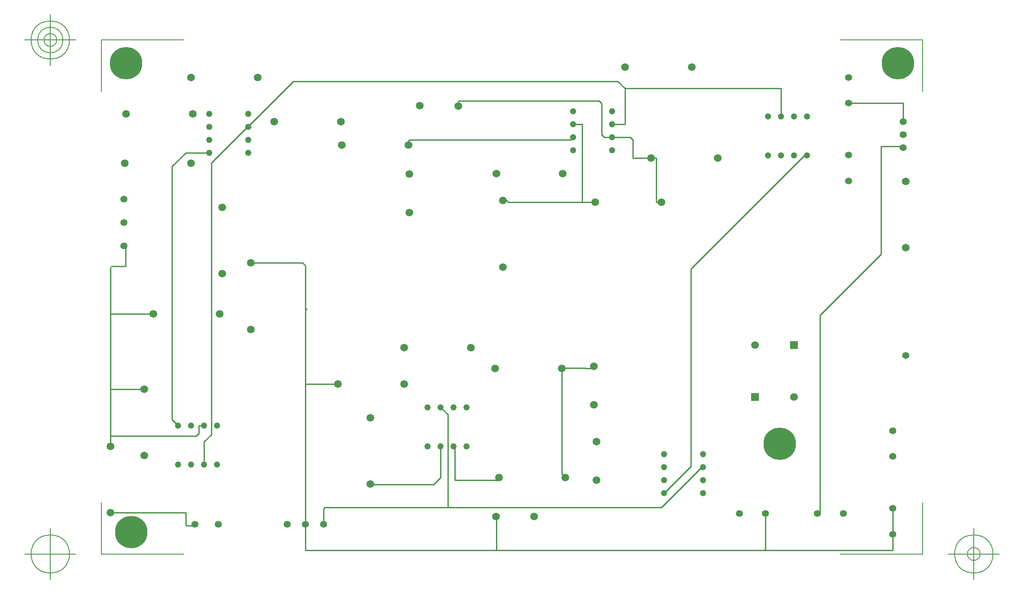
<source format=gbr>
G04 Generated by Ultiboard 11.0 *
%FSLAX25Y25*%
%MOIN*%

%ADD10C,0.01000*%
%ADD11C,0.00500*%
%ADD12C,0.25000*%
%ADD13R,0.05906X0.05906*%
%ADD14C,0.05906*%
%ADD15C,0.05337*%
%ADD16C,0.04900*%


G04 ColorRGB 0000FF for the following layer *
%LNCopper Bottom*%
%LPD*%
%FSLAX25Y25*%
%MOIN*%
G54D10*
X452650Y218650D02*
X540000Y306000D01*
X303000Y2000D02*
X607607Y2000D01*
X402000Y357350D02*
X521707Y357350D01*
X254650Y52650D02*
X207750Y52650D01*
X360000Y318000D02*
X236000Y318000D01*
X171000Y35000D02*
X430000Y35000D01*
X156000Y2000D02*
X303000Y2000D01*
X146700Y363000D02*
X396350Y363000D01*
X53350Y297350D02*
X53350Y102650D01*
X83550Y90900D02*
X83550Y300150D01*
X153819Y223181D02*
X114000Y223181D01*
X6000Y126000D02*
X32000Y126000D01*
X6000Y90000D02*
X6000Y220000D01*
X6000Y90000D02*
X72000Y90000D01*
X6000Y30819D02*
X63819Y30819D01*
X63819Y30819D02*
X63819Y20819D01*
X63819Y20819D02*
X69819Y20819D01*
X6000Y94000D02*
X6000Y92000D01*
X6000Y96000D02*
X6000Y94000D01*
X8000Y90000D02*
X6000Y90000D01*
X10000Y90000D02*
X8000Y90000D01*
X6000Y90000D02*
X6000Y82000D01*
X6000Y102000D02*
X6000Y100000D01*
X6000Y104000D02*
X6000Y102000D01*
X36000Y90000D02*
X34000Y90000D01*
X53350Y102650D02*
X58000Y98000D01*
X74000Y92000D02*
X74000Y98000D01*
X78000Y85350D02*
X83550Y90900D01*
X78000Y68000D02*
X78000Y85350D01*
X72000Y90000D02*
X74000Y92000D01*
X74000Y98000D02*
X78000Y98000D01*
X6000Y184000D02*
X38819Y184000D01*
X17500Y220500D02*
X17500Y235500D01*
X6500Y220500D02*
X17500Y220500D01*
X156000Y2000D02*
X156000Y221000D01*
X156293Y11043D02*
X156000Y11336D01*
X170000Y34000D02*
X170000Y23000D01*
X171000Y35000D02*
X170000Y34000D01*
X157000Y188000D02*
X156000Y187000D01*
X156000Y130000D02*
X180819Y130000D01*
X156000Y221000D02*
X153819Y223181D01*
X146700Y363000D02*
X112000Y328300D01*
X82000Y308000D02*
X64000Y308000D01*
X64000Y308000D02*
X53350Y297350D01*
X111700Y328300D02*
X83550Y300150D01*
X112000Y328300D02*
X111700Y328300D01*
X235181Y317181D02*
X235181Y314000D01*
X236000Y318000D02*
X235181Y317181D01*
X376351Y141879D02*
X378000Y143528D01*
X353181Y142000D02*
X353181Y60819D01*
X271000Y56000D02*
X271000Y81000D01*
X260000Y82000D02*
X260000Y58000D01*
X265500Y35368D02*
X265500Y106500D01*
X271000Y56000D02*
X302819Y56000D01*
X260000Y58000D02*
X254650Y52650D01*
X271600Y56200D02*
X271000Y56200D01*
X303000Y2000D02*
X303000Y27000D01*
X302472Y55654D02*
X304819Y58000D01*
X265500Y106500D02*
X260000Y112000D01*
X353181Y60819D02*
X356000Y58000D01*
X371707Y142050D02*
X353231Y142050D01*
X353231Y142050D02*
X353181Y142000D01*
X371707Y142050D02*
X372000Y141757D01*
X371879Y141879D02*
X376351Y141879D01*
X452650Y66650D02*
X452650Y218650D01*
X432000Y46000D02*
X452650Y66650D01*
X430000Y35000D02*
X461000Y66000D01*
X461000Y66000D02*
X462000Y66000D01*
X382000Y348000D02*
X274000Y348000D01*
X369000Y270000D02*
X378819Y270000D01*
X369000Y270000D02*
X312000Y270000D01*
X312000Y270000D02*
X310819Y271181D01*
X310819Y271181D02*
X308000Y271181D01*
X274000Y348000D02*
X273528Y347528D01*
X273528Y347528D02*
X273528Y344000D01*
X369000Y330000D02*
X369000Y270000D01*
X362000Y330000D02*
X369000Y330000D01*
X362000Y320000D02*
X360000Y318000D01*
X408000Y318000D02*
X408000Y304000D01*
X408000Y304000D02*
X422000Y304000D01*
X426000Y304000D02*
X426000Y270000D01*
X426000Y270000D02*
X430000Y270000D01*
X422000Y304000D02*
X426000Y304000D01*
X406000Y320000D02*
X408000Y318000D01*
X384000Y322000D02*
X384000Y346000D01*
X384000Y346000D02*
X382000Y348000D01*
X402000Y357350D02*
X402000Y330000D01*
X392000Y320000D02*
X406000Y320000D01*
X402000Y330000D02*
X392000Y330000D01*
X392000Y320000D02*
X386000Y320000D01*
X386000Y320000D02*
X384000Y322000D01*
X396350Y363000D02*
X402000Y357350D01*
X599000Y313000D02*
X599000Y230000D01*
X552000Y183000D02*
X552000Y32000D01*
X510020Y30042D02*
X510020Y3020D01*
X510020Y3020D02*
X509000Y2000D01*
X552000Y32000D02*
X550000Y30000D01*
X607900Y2293D02*
X607900Y33934D01*
X607900Y2293D02*
X607607Y2000D01*
X607900Y33934D02*
X607985Y34019D01*
X599000Y230000D02*
X552000Y183000D01*
X540000Y306000D02*
X542000Y306000D01*
X522000Y357057D02*
X522000Y336000D01*
X521707Y357350D02*
X522000Y357057D01*
X615000Y313000D02*
X599000Y313000D01*
X616000Y312000D02*
X615000Y313000D01*
X573983Y346020D02*
X615980Y346020D01*
X615980Y346020D02*
X615980Y331020D01*
G54D11*
X-1000Y-1000D02*
X-1000Y38570D01*
X-1000Y-1000D02*
X62192Y-1000D01*
X630921Y-1000D02*
X567729Y-1000D01*
X630921Y-1000D02*
X630921Y38570D01*
X630921Y394701D02*
X630921Y355131D01*
X630921Y394701D02*
X567729Y394701D01*
X-1000Y394701D02*
X62192Y394701D01*
X-1000Y394701D02*
X-1000Y355131D01*
X-20685Y-1000D02*
X-60055Y-1000D01*
X-40370Y-20685D02*
X-40370Y18685D01*
X-55134Y-1000D02*
G75*
D01*
G02X-55134Y-1000I14764J0*
G01*
X650606Y-1000D02*
X689976Y-1000D01*
X670291Y-20685D02*
X670291Y18685D01*
X655528Y-1000D02*
G75*
D01*
G02X655528Y-1000I14764J0*
G01*
X665370Y-1000D02*
G75*
D01*
G02X665370Y-1000I4921J0*
G01*
X-20685Y394701D02*
X-60055Y394701D01*
X-40370Y375016D02*
X-40370Y414386D01*
X-55134Y394701D02*
G75*
D01*
G02X-55134Y394701I14764J0*
G01*
X-50213Y394701D02*
G75*
D01*
G02X-50213Y394701I9843J0*
G01*
X-45291Y394701D02*
G75*
D01*
G02X-45291Y394701I4921J0*
G01*
G54D12*
X22000Y16000D03*
X18000Y377000D03*
X521000Y84000D03*
X612000Y377000D03*
G54D13*
X502000Y120000D03*
X532000Y160000D03*
G54D14*
X502000Y160000D03*
X244000Y344197D03*
X273528Y344000D03*
X235803Y262000D03*
X236000Y291528D03*
X232000Y158000D03*
X283181Y158000D03*
X92000Y214819D03*
X92000Y266000D03*
X114000Y172000D03*
X114000Y223181D03*
X32000Y126000D03*
X32000Y74819D03*
X6000Y30819D03*
X6000Y82000D03*
X38819Y184000D03*
X90000Y184000D03*
X180819Y130000D03*
X232000Y130000D03*
X206000Y52819D03*
X206000Y104000D03*
X68000Y366000D03*
X119181Y366000D03*
X18000Y338000D03*
X69181Y338000D03*
X16819Y300000D03*
X68000Y300000D03*
X184000Y314000D03*
X235181Y314000D03*
X132000Y332000D03*
X183181Y332000D03*
X308000Y220000D03*
X308000Y271181D03*
X377803Y114000D03*
X378000Y143528D03*
X380000Y85528D03*
X379803Y56000D03*
X304819Y58000D03*
X356000Y58000D03*
X302472Y28000D03*
X332000Y27803D03*
X302000Y142000D03*
X353181Y142000D03*
X378819Y270000D03*
X430000Y270000D03*
X302819Y292000D03*
X354000Y292000D03*
X402000Y374000D03*
X453181Y374000D03*
X422000Y304000D03*
X473181Y304000D03*
X618000Y234819D03*
X618000Y286000D03*
X532000Y120000D03*
G54D15*
X490028Y30043D03*
X570003Y30011D03*
X510020Y30042D03*
X550020Y30017D03*
X16331Y254142D03*
X16331Y236268D03*
X16331Y272016D03*
X156000Y22000D03*
X142063Y22000D03*
X169937Y22000D03*
X71063Y22000D03*
X88937Y22000D03*
X618000Y152000D03*
X607958Y34020D03*
X607957Y14028D03*
X607989Y94003D03*
X607983Y74020D03*
X573957Y286028D03*
X573958Y306020D03*
X573983Y346020D03*
X573989Y366003D03*
X616000Y312000D03*
X616000Y332000D03*
X616000Y322000D03*
G54D16*
X250000Y82000D03*
X250000Y112000D03*
X280000Y82000D03*
X280000Y112000D03*
X270000Y82000D03*
X260000Y82000D03*
X270000Y112000D03*
X260000Y112000D03*
X58000Y98000D03*
X58000Y68000D03*
X88000Y98000D03*
X68000Y98000D03*
X78000Y98000D03*
X78000Y68000D03*
X68000Y68000D03*
X88000Y68000D03*
X82000Y318000D03*
X112000Y318000D03*
X82000Y308000D03*
X112000Y308000D03*
X82000Y338000D03*
X82000Y328000D03*
X112000Y338000D03*
X112000Y328000D03*
X432000Y66000D03*
X432000Y46000D03*
X432000Y56000D03*
X432000Y76000D03*
X462000Y66000D03*
X462000Y46000D03*
X462000Y56000D03*
X462000Y76000D03*
X362000Y310000D03*
X362000Y330000D03*
X362000Y320000D03*
X362000Y340000D03*
X392000Y310000D03*
X392000Y330000D03*
X392000Y320000D03*
X392000Y340000D03*
X532000Y306000D03*
X522000Y306000D03*
X512000Y306000D03*
X542000Y306000D03*
X532000Y336000D03*
X522000Y336000D03*
X512000Y336000D03*
X542000Y336000D03*

M00*

</source>
